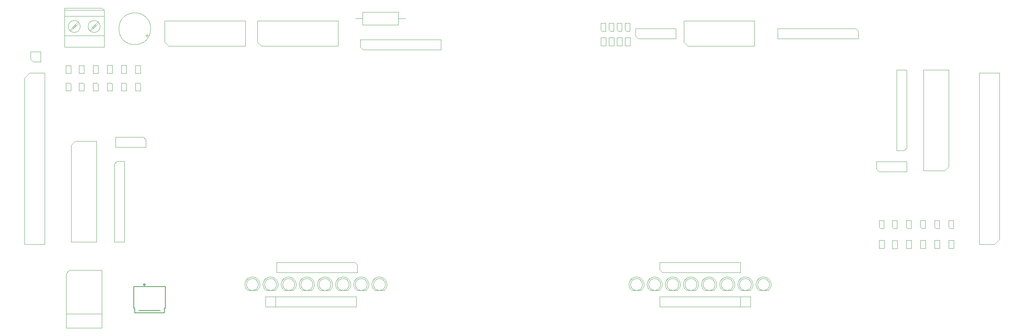
<source format=gbr>
%TF.GenerationSoftware,KiCad,Pcbnew,(5.1.10-1-10_14)*%
%TF.CreationDate,2021-08-24T01:17:35-04:00*%
%TF.ProjectId,breadboard-prototype-register,62726561-6462-46f6-9172-642d70726f74,rev?*%
%TF.SameCoordinates,Original*%
%TF.FileFunction,Other,Fab,Top*%
%FSLAX46Y46*%
G04 Gerber Fmt 4.6, Leading zero omitted, Abs format (unit mm)*
G04 Created by KiCad (PCBNEW (5.1.10-1-10_14)) date 2021-08-24 01:17:35*
%MOMM*%
%LPD*%
G01*
G04 APERTURE LIST*
%ADD10C,0.100000*%
%ADD11C,0.150000*%
G04 APERTURE END LIST*
D10*
%TO.C,R16*%
X179207000Y-67834000D02*
X180457000Y-67834000D01*
X180457000Y-67834000D02*
X180457000Y-69834000D01*
X180457000Y-69834000D02*
X179207000Y-69834000D01*
X179207000Y-69834000D02*
X179207000Y-67834000D01*
%TO.C,R15*%
X177175000Y-67834000D02*
X178425000Y-67834000D01*
X178425000Y-67834000D02*
X178425000Y-69834000D01*
X178425000Y-69834000D02*
X177175000Y-69834000D01*
X177175000Y-69834000D02*
X177175000Y-67834000D01*
%TO.C,R8*%
X175143000Y-67834000D02*
X176393000Y-67834000D01*
X176393000Y-67834000D02*
X176393000Y-69834000D01*
X176393000Y-69834000D02*
X175143000Y-69834000D01*
X175143000Y-69834000D02*
X175143000Y-67834000D01*
%TO.C,R7*%
X173111000Y-67834000D02*
X174361000Y-67834000D01*
X174361000Y-67834000D02*
X174361000Y-69834000D01*
X174361000Y-69834000D02*
X173111000Y-69834000D01*
X173111000Y-69834000D02*
X173111000Y-67834000D01*
%TO.C,D16*%
X179232000Y-64199500D02*
X179232000Y-65899500D01*
X179232000Y-65899500D02*
X179532000Y-66199500D01*
X179532000Y-66199500D02*
X180432000Y-66199500D01*
X180432000Y-66199500D02*
X180432000Y-64199500D01*
X180432000Y-64199500D02*
X179232000Y-64199500D01*
%TO.C,D15*%
X177200000Y-64199500D02*
X177200000Y-65899500D01*
X177200000Y-65899500D02*
X177500000Y-66199500D01*
X177500000Y-66199500D02*
X178400000Y-66199500D01*
X178400000Y-66199500D02*
X178400000Y-64199500D01*
X178400000Y-64199500D02*
X177200000Y-64199500D01*
%TO.C,D14*%
X175168000Y-64199500D02*
X175168000Y-65899500D01*
X175168000Y-65899500D02*
X175468000Y-66199500D01*
X175468000Y-66199500D02*
X176368000Y-66199500D01*
X176368000Y-66199500D02*
X176368000Y-64199500D01*
X176368000Y-64199500D02*
X175168000Y-64199500D01*
%TO.C,D13*%
X173136000Y-64199500D02*
X173136000Y-65899500D01*
X173136000Y-65899500D02*
X173436000Y-66199500D01*
X173436000Y-66199500D02*
X174336000Y-66199500D01*
X174336000Y-66199500D02*
X174336000Y-64199500D01*
X174336000Y-64199500D02*
X173136000Y-64199500D01*
%TO.C,U5*%
X194056000Y-68977000D02*
X194056000Y-63627000D01*
X194056000Y-63627000D02*
X211836000Y-63627000D01*
X211836000Y-63627000D02*
X211836000Y-69977000D01*
X211836000Y-69977000D02*
X195056000Y-69977000D01*
X195056000Y-69977000D02*
X194056000Y-68977000D01*
%TO.C,J18*%
X181864000Y-67437000D02*
X181864000Y-65532000D01*
X181864000Y-65532000D02*
X192024000Y-65532000D01*
X192024000Y-65532000D02*
X192024000Y-68072000D01*
X192024000Y-68072000D02*
X182499000Y-68072000D01*
X182499000Y-68072000D02*
X181864000Y-67437000D01*
%TO.C,J13*%
X237998000Y-66167000D02*
X237998000Y-68072000D01*
X237998000Y-68072000D02*
X217678000Y-68072000D01*
X217678000Y-68072000D02*
X217678000Y-65532000D01*
X217678000Y-65532000D02*
X237363000Y-65532000D01*
X237363000Y-65532000D02*
X237998000Y-66167000D01*
%TO.C,J12*%
X30099000Y-73914000D02*
X29464000Y-73279000D01*
X32004000Y-73914000D02*
X30099000Y-73914000D01*
X32004000Y-71374000D02*
X32004000Y-73914000D01*
X29464000Y-71374000D02*
X32004000Y-71374000D01*
X29464000Y-73279000D02*
X29464000Y-71374000D01*
%TO.C,R29*%
X123952000Y-62992000D02*
X122102000Y-62992000D01*
X111252000Y-62992000D02*
X113102000Y-62992000D01*
X122102000Y-61392000D02*
X113102000Y-61392000D01*
X122102000Y-64592000D02*
X122102000Y-61392000D01*
X113102000Y-64592000D02*
X122102000Y-64592000D01*
X113102000Y-61392000D02*
X113102000Y-64592000D01*
%TO.C,J19*%
X113157000Y-70866000D02*
X112522000Y-70231000D01*
X132842000Y-70866000D02*
X113157000Y-70866000D01*
X132842000Y-68326000D02*
X132842000Y-70866000D01*
X112522000Y-68326000D02*
X132842000Y-68326000D01*
X112522000Y-70231000D02*
X112522000Y-68326000D01*
%TO.C,U4*%
X64246000Y-69977000D02*
X63246000Y-68977000D01*
X83566000Y-69977000D02*
X64246000Y-69977000D01*
X83566000Y-63627000D02*
X83566000Y-69977000D01*
X63246000Y-63627000D02*
X83566000Y-63627000D01*
X63246000Y-68977000D02*
X63246000Y-63627000D01*
%TO.C,U3*%
X87614000Y-69977000D02*
X86614000Y-68977000D01*
X106934000Y-69977000D02*
X87614000Y-69977000D01*
X106934000Y-63627000D02*
X106934000Y-69977000D01*
X86614000Y-63627000D02*
X106934000Y-63627000D01*
X86614000Y-68977000D02*
X86614000Y-63627000D01*
%TO.C,U1*%
X40707000Y-93930000D02*
X46057000Y-93930000D01*
X46057000Y-93930000D02*
X46057000Y-119330000D01*
X46057000Y-119330000D02*
X39707000Y-119330000D01*
X39707000Y-119330000D02*
X39707000Y-94930000D01*
X39707000Y-94930000D02*
X40707000Y-93930000D01*
%TO.C,U2*%
X259731000Y-101346000D02*
X254381000Y-101346000D01*
X254381000Y-101346000D02*
X254381000Y-75946000D01*
X254381000Y-75946000D02*
X260731000Y-75946000D01*
X260731000Y-75946000D02*
X260731000Y-100346000D01*
X260731000Y-100346000D02*
X259731000Y-101346000D01*
D11*
%TO.C,J4*%
X55436000Y-130592000D02*
X55436000Y-135992000D01*
X55436000Y-135992000D02*
X55736000Y-135992000D01*
X55736000Y-135992000D02*
X55736000Y-137192000D01*
X55736000Y-137192000D02*
X63136000Y-137192000D01*
X63136000Y-137192000D02*
X63136000Y-135992000D01*
X63136000Y-135992000D02*
X63436000Y-135992000D01*
X63436000Y-135992000D02*
X63436000Y-130592000D01*
X63436000Y-130592000D02*
X55436000Y-130592000D01*
X56736000Y-136592000D02*
X62136000Y-136592000D01*
X58361000Y-130117000D02*
X58136000Y-130292000D01*
X58136000Y-130292000D02*
X57911000Y-130117000D01*
X57911000Y-130117000D02*
X57911000Y-129892000D01*
X57911000Y-129892000D02*
X58361000Y-129892000D01*
X58361000Y-129892000D02*
X58361000Y-130117000D01*
D10*
%TO.C,D37*%
X183618000Y-130048000D02*
G75*
G03*
X183618000Y-130048000I-1500000J0D01*
G01*
X180951810Y-131548000D02*
X183284190Y-131548000D01*
X183283476Y-131548555D02*
G75*
G03*
X180951810Y-131548000I-1165476J1500555D01*
G01*
%TO.C,D38*%
X188190000Y-130048000D02*
G75*
G03*
X188190000Y-130048000I-1500000J0D01*
G01*
X185523810Y-131548000D02*
X187856190Y-131548000D01*
X187855476Y-131548555D02*
G75*
G03*
X185523810Y-131548000I-1165476J1500555D01*
G01*
%TO.C,D39*%
X192762000Y-130048000D02*
G75*
G03*
X192762000Y-130048000I-1500000J0D01*
G01*
X190095810Y-131548000D02*
X192428190Y-131548000D01*
X192427476Y-131548555D02*
G75*
G03*
X190095810Y-131548000I-1165476J1500555D01*
G01*
%TO.C,D40*%
X197334000Y-130048000D02*
G75*
G03*
X197334000Y-130048000I-1500000J0D01*
G01*
X194667810Y-131548000D02*
X197000190Y-131548000D01*
X196999476Y-131548555D02*
G75*
G03*
X194667810Y-131548000I-1165476J1500555D01*
G01*
%TO.C,D42*%
X206478000Y-130048000D02*
G75*
G03*
X206478000Y-130048000I-1500000J0D01*
G01*
X203811810Y-131548000D02*
X206144190Y-131548000D01*
X206143476Y-131548555D02*
G75*
G03*
X203811810Y-131548000I-1165476J1500555D01*
G01*
%TO.C,D41*%
X201906000Y-130048000D02*
G75*
G03*
X201906000Y-130048000I-1500000J0D01*
G01*
X199239810Y-131548000D02*
X201572190Y-131548000D01*
X201571476Y-131548555D02*
G75*
G03*
X199239810Y-131548000I-1165476J1500555D01*
G01*
%TO.C,C1*%
X59702000Y-65596000D02*
G75*
G03*
X59702000Y-65596000I-4000000J0D01*
G01*
X59128759Y-67343500D02*
X58328759Y-67343500D01*
X58728759Y-67743500D02*
X58728759Y-66943500D01*
%TO.C,RN1*%
X88626000Y-133116000D02*
X88626000Y-135616000D01*
X88626000Y-135616000D02*
X111526000Y-135616000D01*
X111526000Y-135616000D02*
X111526000Y-133116000D01*
X111526000Y-133116000D02*
X88626000Y-133116000D01*
X91186000Y-133116000D02*
X91186000Y-135616000D01*
%TO.C,D36*%
X86844000Y-130048000D02*
G75*
G03*
X86844000Y-130048000I-1500000J0D01*
G01*
X84177810Y-131548000D02*
X86510190Y-131548000D01*
X86509476Y-131548555D02*
G75*
G03*
X84177810Y-131548000I-1165476J1500555D01*
G01*
%TO.C,J15*%
X111760000Y-125095000D02*
X111760000Y-127000000D01*
X111760000Y-127000000D02*
X91440000Y-127000000D01*
X91440000Y-127000000D02*
X91440000Y-124460000D01*
X91440000Y-124460000D02*
X111125000Y-124460000D01*
X111125000Y-124460000D02*
X111760000Y-125095000D01*
%TO.C,D29*%
X118848000Y-130048000D02*
G75*
G03*
X118848000Y-130048000I-1500000J0D01*
G01*
X116181810Y-131548000D02*
X118514190Y-131548000D01*
X118513476Y-131548555D02*
G75*
G03*
X116181810Y-131548000I-1165476J1500555D01*
G01*
%TO.C,D30*%
X114276000Y-130048000D02*
G75*
G03*
X114276000Y-130048000I-1500000J0D01*
G01*
X111609810Y-131548000D02*
X113942190Y-131548000D01*
X113941476Y-131548555D02*
G75*
G03*
X111609810Y-131548000I-1165476J1500555D01*
G01*
%TO.C,D31*%
X109704000Y-130048000D02*
G75*
G03*
X109704000Y-130048000I-1500000J0D01*
G01*
X107037810Y-131548000D02*
X109370190Y-131548000D01*
X109369476Y-131548555D02*
G75*
G03*
X107037810Y-131548000I-1165476J1500555D01*
G01*
%TO.C,D32*%
X105132000Y-130048000D02*
G75*
G03*
X105132000Y-130048000I-1500000J0D01*
G01*
X102465810Y-131548000D02*
X104798190Y-131548000D01*
X104797476Y-131548555D02*
G75*
G03*
X102465810Y-131548000I-1165476J1500555D01*
G01*
%TO.C,D33*%
X100560000Y-130048000D02*
G75*
G03*
X100560000Y-130048000I-1500000J0D01*
G01*
X97893810Y-131548000D02*
X100226190Y-131548000D01*
X100225476Y-131548555D02*
G75*
G03*
X97893810Y-131548000I-1165476J1500555D01*
G01*
%TO.C,D34*%
X95988000Y-130048000D02*
G75*
G03*
X95988000Y-130048000I-1500000J0D01*
G01*
X93321810Y-131548000D02*
X95654190Y-131548000D01*
X95653476Y-131548555D02*
G75*
G03*
X93321810Y-131548000I-1165476J1500555D01*
G01*
%TO.C,D35*%
X91416000Y-130048000D02*
G75*
G03*
X91416000Y-130048000I-1500000J0D01*
G01*
X88749810Y-131548000D02*
X91082190Y-131548000D01*
X91081476Y-131548555D02*
G75*
G03*
X88749810Y-131548000I-1165476J1500555D01*
G01*
%TO.C,J3*%
X51137000Y-99010000D02*
X53042000Y-99010000D01*
X53042000Y-99010000D02*
X53042000Y-119330000D01*
X53042000Y-119330000D02*
X50502000Y-119330000D01*
X50502000Y-119330000D02*
X50502000Y-99645000D01*
X50502000Y-99645000D02*
X51137000Y-99010000D01*
%TO.C,J2*%
X58498000Y-93539000D02*
X58498000Y-95444000D01*
X58498000Y-95444000D02*
X50878000Y-95444000D01*
X50878000Y-95444000D02*
X50878000Y-92904000D01*
X50878000Y-92904000D02*
X57863000Y-92904000D01*
X57863000Y-92904000D02*
X58498000Y-93539000D01*
%TO.C,D1*%
X39572000Y-81256000D02*
X39572000Y-79556000D01*
X39572000Y-79556000D02*
X39272000Y-79256000D01*
X39272000Y-79256000D02*
X38372000Y-79256000D01*
X38372000Y-79256000D02*
X38372000Y-81256000D01*
X38372000Y-81256000D02*
X39572000Y-81256000D01*
%TO.C,D2*%
X42874000Y-81256000D02*
X42874000Y-79556000D01*
X42874000Y-79556000D02*
X42574000Y-79256000D01*
X42574000Y-79256000D02*
X41674000Y-79256000D01*
X41674000Y-79256000D02*
X41674000Y-81256000D01*
X41674000Y-81256000D02*
X42874000Y-81256000D01*
%TO.C,D3*%
X46430000Y-81256000D02*
X46430000Y-79556000D01*
X46430000Y-79556000D02*
X46130000Y-79256000D01*
X46130000Y-79256000D02*
X45230000Y-79256000D01*
X45230000Y-79256000D02*
X45230000Y-81256000D01*
X45230000Y-81256000D02*
X46430000Y-81256000D01*
%TO.C,D4*%
X49986000Y-81256000D02*
X49986000Y-79556000D01*
X49986000Y-79556000D02*
X49686000Y-79256000D01*
X49686000Y-79256000D02*
X48786000Y-79256000D01*
X48786000Y-79256000D02*
X48786000Y-81256000D01*
X48786000Y-81256000D02*
X49986000Y-81256000D01*
%TO.C,D5*%
X53542000Y-81256000D02*
X53542000Y-79556000D01*
X53542000Y-79556000D02*
X53242000Y-79256000D01*
X53242000Y-79256000D02*
X52342000Y-79256000D01*
X52342000Y-79256000D02*
X52342000Y-81256000D01*
X52342000Y-81256000D02*
X53542000Y-81256000D01*
%TO.C,D6*%
X57098000Y-81256000D02*
X57098000Y-79556000D01*
X57098000Y-79556000D02*
X56798000Y-79256000D01*
X56798000Y-79256000D02*
X55898000Y-79256000D01*
X55898000Y-79256000D02*
X55898000Y-81256000D01*
X55898000Y-81256000D02*
X57098000Y-81256000D01*
%TO.C,J1*%
X29210000Y-76708000D02*
X33020000Y-76708000D01*
X33020000Y-76708000D02*
X33020000Y-119888000D01*
X33020000Y-119888000D02*
X27940000Y-119888000D01*
X27940000Y-119888000D02*
X27940000Y-77978000D01*
X27940000Y-77978000D02*
X29210000Y-76708000D01*
%TO.C,R1*%
X39597000Y-76824000D02*
X38347000Y-76824000D01*
X38347000Y-76824000D02*
X38347000Y-74824000D01*
X38347000Y-74824000D02*
X39597000Y-74824000D01*
X39597000Y-74824000D02*
X39597000Y-76824000D01*
%TO.C,R2*%
X42891000Y-76844000D02*
X41641000Y-76844000D01*
X41641000Y-76844000D02*
X41641000Y-74844000D01*
X41641000Y-74844000D02*
X42891000Y-74844000D01*
X42891000Y-74844000D02*
X42891000Y-76844000D01*
%TO.C,R3*%
X46455000Y-76834500D02*
X45205000Y-76834500D01*
X45205000Y-76834500D02*
X45205000Y-74834500D01*
X45205000Y-74834500D02*
X46455000Y-74834500D01*
X46455000Y-74834500D02*
X46455000Y-76834500D01*
%TO.C,R4*%
X50011000Y-76814000D02*
X48761000Y-76814000D01*
X48761000Y-76814000D02*
X48761000Y-74814000D01*
X48761000Y-74814000D02*
X50011000Y-74814000D01*
X50011000Y-74814000D02*
X50011000Y-76814000D01*
%TO.C,R5*%
X53571000Y-76804000D02*
X52321000Y-76804000D01*
X52321000Y-76804000D02*
X52321000Y-74804000D01*
X52321000Y-74804000D02*
X53571000Y-74804000D01*
X53571000Y-74804000D02*
X53571000Y-76804000D01*
%TO.C,R6*%
X57131000Y-76831500D02*
X55881000Y-76831500D01*
X55881000Y-76831500D02*
X55881000Y-74831500D01*
X55881000Y-74831500D02*
X57131000Y-74831500D01*
X57131000Y-74831500D02*
X57131000Y-76831500D01*
%TO.C,J5*%
X46966000Y-65024000D02*
G75*
G03*
X46966000Y-65024000I-1500000J0D01*
G01*
X41966000Y-65024000D02*
G75*
G03*
X41966000Y-65024000I-1500000J0D01*
G01*
X47966000Y-70224000D02*
X37966000Y-70224000D01*
X37966000Y-70224000D02*
X37966000Y-60424000D01*
X37966000Y-60424000D02*
X47466000Y-60424000D01*
X47466000Y-60424000D02*
X47966000Y-60924000D01*
X47966000Y-60924000D02*
X47966000Y-70224000D01*
X47966000Y-60924000D02*
X37966000Y-60924000D01*
X47966000Y-62424000D02*
X37966000Y-62424000D01*
X47966000Y-67324000D02*
X37966000Y-67324000D01*
X44328000Y-65979000D02*
X46421000Y-63886000D01*
X44511000Y-66162000D02*
X46604000Y-64069000D01*
X39328000Y-65979000D02*
X41420000Y-63886000D01*
X39511000Y-66162000D02*
X41603000Y-64069000D01*
%TO.C,D7*%
X243240000Y-113886500D02*
X243240000Y-115586500D01*
X243240000Y-115586500D02*
X243540000Y-115886500D01*
X243540000Y-115886500D02*
X244440000Y-115886500D01*
X244440000Y-115886500D02*
X244440000Y-113886500D01*
X244440000Y-113886500D02*
X243240000Y-113886500D01*
%TO.C,D8*%
X246542000Y-113886500D02*
X246542000Y-115586500D01*
X246542000Y-115586500D02*
X246842000Y-115886500D01*
X246842000Y-115886500D02*
X247742000Y-115886500D01*
X247742000Y-115886500D02*
X247742000Y-113886500D01*
X247742000Y-113886500D02*
X246542000Y-113886500D01*
%TO.C,D9*%
X250098000Y-113886500D02*
X250098000Y-115586500D01*
X250098000Y-115586500D02*
X250398000Y-115886500D01*
X250398000Y-115886500D02*
X251298000Y-115886500D01*
X251298000Y-115886500D02*
X251298000Y-113886500D01*
X251298000Y-113886500D02*
X250098000Y-113886500D01*
%TO.C,D10*%
X253654000Y-113886500D02*
X253654000Y-115586500D01*
X253654000Y-115586500D02*
X253954000Y-115886500D01*
X253954000Y-115886500D02*
X254854000Y-115886500D01*
X254854000Y-115886500D02*
X254854000Y-113886500D01*
X254854000Y-113886500D02*
X253654000Y-113886500D01*
%TO.C,D11*%
X257210000Y-113886500D02*
X257210000Y-115586500D01*
X257210000Y-115586500D02*
X257510000Y-115886500D01*
X257510000Y-115886500D02*
X258410000Y-115886500D01*
X258410000Y-115886500D02*
X258410000Y-113886500D01*
X258410000Y-113886500D02*
X257210000Y-113886500D01*
%TO.C,D12*%
X260766000Y-113886500D02*
X260766000Y-115586500D01*
X260766000Y-115586500D02*
X261066000Y-115886500D01*
X261066000Y-115886500D02*
X261966000Y-115886500D01*
X261966000Y-115886500D02*
X261966000Y-113886500D01*
X261966000Y-113886500D02*
X260766000Y-113886500D01*
%TO.C,J6*%
X272288000Y-119888000D02*
X268478000Y-119888000D01*
X268478000Y-119888000D02*
X268478000Y-76708000D01*
X268478000Y-76708000D02*
X273558000Y-76708000D01*
X273558000Y-76708000D02*
X273558000Y-118618000D01*
X273558000Y-118618000D02*
X272288000Y-119888000D01*
%TO.C,J7*%
X242570000Y-100965000D02*
X242570000Y-99060000D01*
X242570000Y-99060000D02*
X250190000Y-99060000D01*
X250190000Y-99060000D02*
X250190000Y-101600000D01*
X250190000Y-101600000D02*
X243205000Y-101600000D01*
X243205000Y-101600000D02*
X242570000Y-100965000D01*
%TO.C,J8*%
X249555000Y-96266000D02*
X247650000Y-96266000D01*
X247650000Y-96266000D02*
X247650000Y-75946000D01*
X247650000Y-75946000D02*
X250190000Y-75946000D01*
X250190000Y-75946000D02*
X250190000Y-95631000D01*
X250190000Y-95631000D02*
X249555000Y-96266000D01*
%TO.C,R9*%
X243215000Y-118888000D02*
X244465000Y-118888000D01*
X244465000Y-118888000D02*
X244465000Y-120888000D01*
X244465000Y-120888000D02*
X243215000Y-120888000D01*
X243215000Y-120888000D02*
X243215000Y-118888000D01*
%TO.C,R10*%
X246517000Y-118991500D02*
X247767000Y-118991500D01*
X247767000Y-118991500D02*
X247767000Y-120991500D01*
X247767000Y-120991500D02*
X246517000Y-120991500D01*
X246517000Y-120991500D02*
X246517000Y-118991500D01*
%TO.C,R11*%
X250073000Y-118888000D02*
X251323000Y-118888000D01*
X251323000Y-118888000D02*
X251323000Y-120888000D01*
X251323000Y-120888000D02*
X250073000Y-120888000D01*
X250073000Y-120888000D02*
X250073000Y-118888000D01*
%TO.C,R12*%
X253629000Y-118888000D02*
X254879000Y-118888000D01*
X254879000Y-118888000D02*
X254879000Y-120888000D01*
X254879000Y-120888000D02*
X253629000Y-120888000D01*
X253629000Y-120888000D02*
X253629000Y-118888000D01*
%TO.C,R13*%
X257185000Y-118888000D02*
X258435000Y-118888000D01*
X258435000Y-118888000D02*
X258435000Y-120888000D01*
X258435000Y-120888000D02*
X257185000Y-120888000D01*
X257185000Y-120888000D02*
X257185000Y-118888000D01*
%TO.C,R14*%
X260741000Y-118888000D02*
X261991000Y-118888000D01*
X261991000Y-118888000D02*
X261991000Y-120888000D01*
X261991000Y-120888000D02*
X260741000Y-120888000D01*
X260741000Y-120888000D02*
X260741000Y-118888000D01*
%TO.C,J17*%
X38420575Y-127257213D02*
X39176000Y-126454000D01*
X38426000Y-137454000D02*
X47426000Y-137454000D01*
X38426000Y-140954000D02*
X47426000Y-140954000D01*
X47426000Y-140954000D02*
X47426000Y-126454000D01*
X47426000Y-126454000D02*
X39176000Y-126454000D01*
X38426000Y-127254000D02*
X38426000Y-140954000D01*
%TO.C,RN2*%
X210840000Y-135616000D02*
X210840000Y-133116000D01*
X210840000Y-133116000D02*
X187940000Y-133116000D01*
X187940000Y-133116000D02*
X187940000Y-135616000D01*
X187940000Y-135616000D02*
X210840000Y-135616000D01*
X208280000Y-135616000D02*
X208280000Y-133116000D01*
%TO.C,D43*%
X211050000Y-130048000D02*
G75*
G03*
X211050000Y-130048000I-1500000J0D01*
G01*
X208383810Y-131548000D02*
X210716190Y-131548000D01*
X210715476Y-131548555D02*
G75*
G03*
X208383810Y-131548000I-1165476J1500555D01*
G01*
%TO.C,D44*%
X215622000Y-130048000D02*
G75*
G03*
X215622000Y-130048000I-1500000J0D01*
G01*
X212955810Y-131548000D02*
X215288190Y-131548000D01*
X215287476Y-131548555D02*
G75*
G03*
X212955810Y-131548000I-1165476J1500555D01*
G01*
%TO.C,J16*%
X187960000Y-126365000D02*
X187960000Y-124460000D01*
X187960000Y-124460000D02*
X208280000Y-124460000D01*
X208280000Y-124460000D02*
X208280000Y-127000000D01*
X208280000Y-127000000D02*
X188595000Y-127000000D01*
X188595000Y-127000000D02*
X187960000Y-126365000D01*
%TD*%
M02*

</source>
